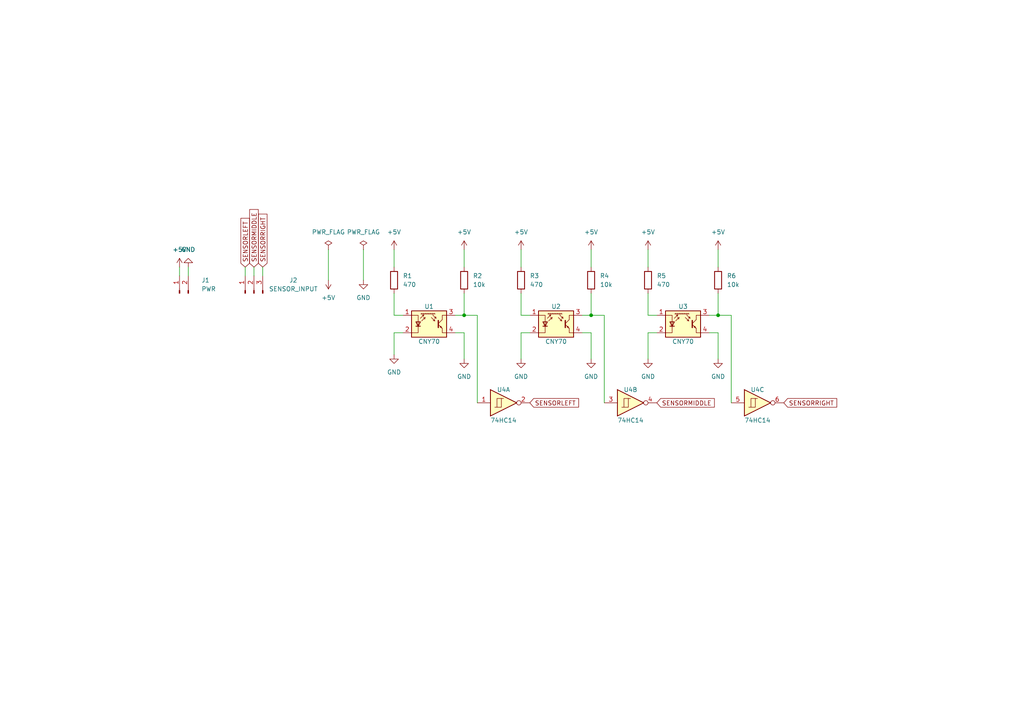
<source format=kicad_sch>
(kicad_sch (version 20230121) (generator eeschema)

  (uuid 52ff79aa-299b-48cf-8563-89ebf4f5d8b2)

  (paper "A4")

  (lib_symbols
    (symbol "74xx:74HC14" (pin_names (offset 1.016)) (in_bom yes) (on_board yes)
      (property "Reference" "U" (at 0 1.27 0)
        (effects (font (size 1.27 1.27)))
      )
      (property "Value" "74HC14" (at 0 -1.27 0)
        (effects (font (size 1.27 1.27)))
      )
      (property "Footprint" "" (at 0 0 0)
        (effects (font (size 1.27 1.27)) hide)
      )
      (property "Datasheet" "http://www.ti.com/lit/gpn/sn74HC14" (at 0 0 0)
        (effects (font (size 1.27 1.27)) hide)
      )
      (property "ki_locked" "" (at 0 0 0)
        (effects (font (size 1.27 1.27)))
      )
      (property "ki_keywords" "HCMOS not inverter" (at 0 0 0)
        (effects (font (size 1.27 1.27)) hide)
      )
      (property "ki_description" "Hex inverter schmitt trigger" (at 0 0 0)
        (effects (font (size 1.27 1.27)) hide)
      )
      (property "ki_fp_filters" "DIP*W7.62mm*" (at 0 0 0)
        (effects (font (size 1.27 1.27)) hide)
      )
      (symbol "74HC14_1_0"
        (polyline
          (pts
            (xy -3.81 3.81)
            (xy -3.81 -3.81)
            (xy 3.81 0)
            (xy -3.81 3.81)
          )
          (stroke (width 0.254) (type default))
          (fill (type background))
        )
        (pin input line (at -7.62 0 0) (length 3.81)
          (name "~" (effects (font (size 1.27 1.27))))
          (number "1" (effects (font (size 1.27 1.27))))
        )
        (pin output inverted (at 7.62 0 180) (length 3.81)
          (name "~" (effects (font (size 1.27 1.27))))
          (number "2" (effects (font (size 1.27 1.27))))
        )
      )
      (symbol "74HC14_1_1"
        (polyline
          (pts
            (xy -1.905 -1.27)
            (xy -1.905 1.27)
            (xy -0.635 1.27)
          )
          (stroke (width 0) (type default))
          (fill (type none))
        )
        (polyline
          (pts
            (xy -2.54 -1.27)
            (xy -0.635 -1.27)
            (xy -0.635 1.27)
            (xy 0 1.27)
          )
          (stroke (width 0) (type default))
          (fill (type none))
        )
      )
      (symbol "74HC14_2_0"
        (polyline
          (pts
            (xy -3.81 3.81)
            (xy -3.81 -3.81)
            (xy 3.81 0)
            (xy -3.81 3.81)
          )
          (stroke (width 0.254) (type default))
          (fill (type background))
        )
        (pin input line (at -7.62 0 0) (length 3.81)
          (name "~" (effects (font (size 1.27 1.27))))
          (number "3" (effects (font (size 1.27 1.27))))
        )
        (pin output inverted (at 7.62 0 180) (length 3.81)
          (name "~" (effects (font (size 1.27 1.27))))
          (number "4" (effects (font (size 1.27 1.27))))
        )
      )
      (symbol "74HC14_2_1"
        (polyline
          (pts
            (xy -1.905 -1.27)
            (xy -1.905 1.27)
            (xy -0.635 1.27)
          )
          (stroke (width 0) (type default))
          (fill (type none))
        )
        (polyline
          (pts
            (xy -2.54 -1.27)
            (xy -0.635 -1.27)
            (xy -0.635 1.27)
            (xy 0 1.27)
          )
          (stroke (width 0) (type default))
          (fill (type none))
        )
      )
      (symbol "74HC14_3_0"
        (polyline
          (pts
            (xy -3.81 3.81)
            (xy -3.81 -3.81)
            (xy 3.81 0)
            (xy -3.81 3.81)
          )
          (stroke (width 0.254) (type default))
          (fill (type background))
        )
        (pin input line (at -7.62 0 0) (length 3.81)
          (name "~" (effects (font (size 1.27 1.27))))
          (number "5" (effects (font (size 1.27 1.27))))
        )
        (pin output inverted (at 7.62 0 180) (length 3.81)
          (name "~" (effects (font (size 1.27 1.27))))
          (number "6" (effects (font (size 1.27 1.27))))
        )
      )
      (symbol "74HC14_3_1"
        (polyline
          (pts
            (xy -1.905 -1.27)
            (xy -1.905 1.27)
            (xy -0.635 1.27)
          )
          (stroke (width 0) (type default))
          (fill (type none))
        )
        (polyline
          (pts
            (xy -2.54 -1.27)
            (xy -0.635 -1.27)
            (xy -0.635 1.27)
            (xy 0 1.27)
          )
          (stroke (width 0) (type default))
          (fill (type none))
        )
      )
      (symbol "74HC14_4_0"
        (polyline
          (pts
            (xy -3.81 3.81)
            (xy -3.81 -3.81)
            (xy 3.81 0)
            (xy -3.81 3.81)
          )
          (stroke (width 0.254) (type default))
          (fill (type background))
        )
        (pin output inverted (at 7.62 0 180) (length 3.81)
          (name "~" (effects (font (size 1.27 1.27))))
          (number "8" (effects (font (size 1.27 1.27))))
        )
        (pin input line (at -7.62 0 0) (length 3.81)
          (name "~" (effects (font (size 1.27 1.27))))
          (number "9" (effects (font (size 1.27 1.27))))
        )
      )
      (symbol "74HC14_4_1"
        (polyline
          (pts
            (xy -1.905 -1.27)
            (xy -1.905 1.27)
            (xy -0.635 1.27)
          )
          (stroke (width 0) (type default))
          (fill (type none))
        )
        (polyline
          (pts
            (xy -2.54 -1.27)
            (xy -0.635 -1.27)
            (xy -0.635 1.27)
            (xy 0 1.27)
          )
          (stroke (width 0) (type default))
          (fill (type none))
        )
      )
      (symbol "74HC14_5_0"
        (polyline
          (pts
            (xy -3.81 3.81)
            (xy -3.81 -3.81)
            (xy 3.81 0)
            (xy -3.81 3.81)
          )
          (stroke (width 0.254) (type default))
          (fill (type background))
        )
        (pin output inverted (at 7.62 0 180) (length 3.81)
          (name "~" (effects (font (size 1.27 1.27))))
          (number "10" (effects (font (size 1.27 1.27))))
        )
        (pin input line (at -7.62 0 0) (length 3.81)
          (name "~" (effects (font (size 1.27 1.27))))
          (number "11" (effects (font (size 1.27 1.27))))
        )
      )
      (symbol "74HC14_5_1"
        (polyline
          (pts
            (xy -1.905 -1.27)
            (xy -1.905 1.27)
            (xy -0.635 1.27)
          )
          (stroke (width 0) (type default))
          (fill (type none))
        )
        (polyline
          (pts
            (xy -2.54 -1.27)
            (xy -0.635 -1.27)
            (xy -0.635 1.27)
            (xy 0 1.27)
          )
          (stroke (width 0) (type default))
          (fill (type none))
        )
      )
      (symbol "74HC14_6_0"
        (polyline
          (pts
            (xy -3.81 3.81)
            (xy -3.81 -3.81)
            (xy 3.81 0)
            (xy -3.81 3.81)
          )
          (stroke (width 0.254) (type default))
          (fill (type background))
        )
        (pin output inverted (at 7.62 0 180) (length 3.81)
          (name "~" (effects (font (size 1.27 1.27))))
          (number "12" (effects (font (size 1.27 1.27))))
        )
        (pin input line (at -7.62 0 0) (length 3.81)
          (name "~" (effects (font (size 1.27 1.27))))
          (number "13" (effects (font (size 1.27 1.27))))
        )
      )
      (symbol "74HC14_6_1"
        (polyline
          (pts
            (xy -1.905 -1.27)
            (xy -1.905 1.27)
            (xy -0.635 1.27)
          )
          (stroke (width 0) (type default))
          (fill (type none))
        )
        (polyline
          (pts
            (xy -2.54 -1.27)
            (xy -0.635 -1.27)
            (xy -0.635 1.27)
            (xy 0 1.27)
          )
          (stroke (width 0) (type default))
          (fill (type none))
        )
      )
      (symbol "74HC14_7_0"
        (pin power_in line (at 0 12.7 270) (length 5.08)
          (name "VCC" (effects (font (size 1.27 1.27))))
          (number "14" (effects (font (size 1.27 1.27))))
        )
        (pin power_in line (at 0 -12.7 90) (length 5.08)
          (name "GND" (effects (font (size 1.27 1.27))))
          (number "7" (effects (font (size 1.27 1.27))))
        )
      )
      (symbol "74HC14_7_1"
        (rectangle (start -5.08 7.62) (end 5.08 -7.62)
          (stroke (width 0.254) (type default))
          (fill (type background))
        )
      )
    )
    (symbol "Connector:Conn_01x02_Pin" (pin_names (offset 1.016) hide) (in_bom yes) (on_board yes)
      (property "Reference" "J" (at 0 2.54 0)
        (effects (font (size 1.27 1.27)))
      )
      (property "Value" "Conn_01x02_Pin" (at 0 -5.08 0)
        (effects (font (size 1.27 1.27)))
      )
      (property "Footprint" "" (at 0 0 0)
        (effects (font (size 1.27 1.27)) hide)
      )
      (property "Datasheet" "~" (at 0 0 0)
        (effects (font (size 1.27 1.27)) hide)
      )
      (property "ki_locked" "" (at 0 0 0)
        (effects (font (size 1.27 1.27)))
      )
      (property "ki_keywords" "connector" (at 0 0 0)
        (effects (font (size 1.27 1.27)) hide)
      )
      (property "ki_description" "Generic connector, single row, 01x02, script generated" (at 0 0 0)
        (effects (font (size 1.27 1.27)) hide)
      )
      (property "ki_fp_filters" "Connector*:*_1x??_*" (at 0 0 0)
        (effects (font (size 1.27 1.27)) hide)
      )
      (symbol "Conn_01x02_Pin_1_1"
        (polyline
          (pts
            (xy 1.27 -2.54)
            (xy 0.8636 -2.54)
          )
          (stroke (width 0.1524) (type default))
          (fill (type none))
        )
        (polyline
          (pts
            (xy 1.27 0)
            (xy 0.8636 0)
          )
          (stroke (width 0.1524) (type default))
          (fill (type none))
        )
        (rectangle (start 0.8636 -2.413) (end 0 -2.667)
          (stroke (width 0.1524) (type default))
          (fill (type outline))
        )
        (rectangle (start 0.8636 0.127) (end 0 -0.127)
          (stroke (width 0.1524) (type default))
          (fill (type outline))
        )
        (pin passive line (at 5.08 0 180) (length 3.81)
          (name "Pin_1" (effects (font (size 1.27 1.27))))
          (number "1" (effects (font (size 1.27 1.27))))
        )
        (pin passive line (at 5.08 -2.54 180) (length 3.81)
          (name "Pin_2" (effects (font (size 1.27 1.27))))
          (number "2" (effects (font (size 1.27 1.27))))
        )
      )
    )
    (symbol "Connector:Conn_01x03_Pin" (pin_names (offset 1.016) hide) (in_bom yes) (on_board yes)
      (property "Reference" "J" (at 0 5.08 0)
        (effects (font (size 1.27 1.27)))
      )
      (property "Value" "Conn_01x03_Pin" (at 0 -5.08 0)
        (effects (font (size 1.27 1.27)))
      )
      (property "Footprint" "" (at 0 0 0)
        (effects (font (size 1.27 1.27)) hide)
      )
      (property "Datasheet" "~" (at 0 0 0)
        (effects (font (size 1.27 1.27)) hide)
      )
      (property "ki_locked" "" (at 0 0 0)
        (effects (font (size 1.27 1.27)))
      )
      (property "ki_keywords" "connector" (at 0 0 0)
        (effects (font (size 1.27 1.27)) hide)
      )
      (property "ki_description" "Generic connector, single row, 01x03, script generated" (at 0 0 0)
        (effects (font (size 1.27 1.27)) hide)
      )
      (property "ki_fp_filters" "Connector*:*_1x??_*" (at 0 0 0)
        (effects (font (size 1.27 1.27)) hide)
      )
      (symbol "Conn_01x03_Pin_1_1"
        (polyline
          (pts
            (xy 1.27 -2.54)
            (xy 0.8636 -2.54)
          )
          (stroke (width 0.1524) (type default))
          (fill (type none))
        )
        (polyline
          (pts
            (xy 1.27 0)
            (xy 0.8636 0)
          )
          (stroke (width 0.1524) (type default))
          (fill (type none))
        )
        (polyline
          (pts
            (xy 1.27 2.54)
            (xy 0.8636 2.54)
          )
          (stroke (width 0.1524) (type default))
          (fill (type none))
        )
        (rectangle (start 0.8636 -2.413) (end 0 -2.667)
          (stroke (width 0.1524) (type default))
          (fill (type outline))
        )
        (rectangle (start 0.8636 0.127) (end 0 -0.127)
          (stroke (width 0.1524) (type default))
          (fill (type outline))
        )
        (rectangle (start 0.8636 2.667) (end 0 2.413)
          (stroke (width 0.1524) (type default))
          (fill (type outline))
        )
        (pin passive line (at 5.08 2.54 180) (length 3.81)
          (name "Pin_1" (effects (font (size 1.27 1.27))))
          (number "1" (effects (font (size 1.27 1.27))))
        )
        (pin passive line (at 5.08 0 180) (length 3.81)
          (name "Pin_2" (effects (font (size 1.27 1.27))))
          (number "2" (effects (font (size 1.27 1.27))))
        )
        (pin passive line (at 5.08 -2.54 180) (length 3.81)
          (name "Pin_3" (effects (font (size 1.27 1.27))))
          (number "3" (effects (font (size 1.27 1.27))))
        )
      )
    )
    (symbol "Device:R" (pin_numbers hide) (pin_names (offset 0)) (in_bom yes) (on_board yes)
      (property "Reference" "R" (at 2.032 0 90)
        (effects (font (size 1.27 1.27)))
      )
      (property "Value" "R" (at 0 0 90)
        (effects (font (size 1.27 1.27)))
      )
      (property "Footprint" "" (at -1.778 0 90)
        (effects (font (size 1.27 1.27)) hide)
      )
      (property "Datasheet" "~" (at 0 0 0)
        (effects (font (size 1.27 1.27)) hide)
      )
      (property "ki_keywords" "R res resistor" (at 0 0 0)
        (effects (font (size 1.27 1.27)) hide)
      )
      (property "ki_description" "Resistor" (at 0 0 0)
        (effects (font (size 1.27 1.27)) hide)
      )
      (property "ki_fp_filters" "R_*" (at 0 0 0)
        (effects (font (size 1.27 1.27)) hide)
      )
      (symbol "R_0_1"
        (rectangle (start -1.016 -2.54) (end 1.016 2.54)
          (stroke (width 0.254) (type default))
          (fill (type none))
        )
      )
      (symbol "R_1_1"
        (pin passive line (at 0 3.81 270) (length 1.27)
          (name "~" (effects (font (size 1.27 1.27))))
          (number "1" (effects (font (size 1.27 1.27))))
        )
        (pin passive line (at 0 -3.81 90) (length 1.27)
          (name "~" (effects (font (size 1.27 1.27))))
          (number "2" (effects (font (size 1.27 1.27))))
        )
      )
    )
    (symbol "Sensor_Proximity:CNY70" (pin_names (offset 1.016) hide) (in_bom yes) (on_board yes)
      (property "Reference" "U" (at -5.08 5.08 0)
        (effects (font (size 1.27 1.27)))
      )
      (property "Value" "CNY70" (at 5.08 5.08 0)
        (effects (font (size 1.27 1.27)) (justify right))
      )
      (property "Footprint" "OptoDevice:Vishay_CNY70" (at 0 -5.08 0)
        (effects (font (size 1.27 1.27)) hide)
      )
      (property "Datasheet" "https://www.vishay.com/docs/83751/cny70.pdf" (at 0 2.54 0)
        (effects (font (size 1.27 1.27)) hide)
      )
      (property "ki_keywords" "Reflective Optical Sensor Opto" (at 0 0 0)
        (effects (font (size 1.27 1.27)) hide)
      )
      (property "ki_description" "Reflective Optical Sensor with Transistor Output" (at 0 0 0)
        (effects (font (size 1.27 1.27)) hide)
      )
      (property "ki_fp_filters" "Vishay*CNY70*" (at 0 0 0)
        (effects (font (size 1.27 1.27)) hide)
      )
      (symbol "CNY70_0_1"
        (polyline
          (pts
            (xy -3.81 -0.635)
            (xy -2.54 -0.635)
          )
          (stroke (width 0.254) (type default))
          (fill (type none))
        )
        (polyline
          (pts
            (xy -2.286 2.921)
            (xy -2.032 3.175)
          )
          (stroke (width 0) (type default))
          (fill (type none))
        )
        (polyline
          (pts
            (xy -1.778 2.921)
            (xy -1.524 3.175)
          )
          (stroke (width 0) (type default))
          (fill (type none))
        )
        (polyline
          (pts
            (xy -1.524 2.667)
            (xy -1.651 2.159)
          )
          (stroke (width 0) (type default))
          (fill (type none))
        )
        (polyline
          (pts
            (xy -1.27 2.921)
            (xy -1.016 3.175)
          )
          (stroke (width 0) (type default))
          (fill (type none))
        )
        (polyline
          (pts
            (xy -1.143 1.905)
            (xy -1.27 1.397)
          )
          (stroke (width 0) (type default))
          (fill (type none))
        )
        (polyline
          (pts
            (xy -0.762 2.921)
            (xy -0.508 3.175)
          )
          (stroke (width 0) (type default))
          (fill (type none))
        )
        (polyline
          (pts
            (xy -0.254 2.921)
            (xy 0 3.175)
          )
          (stroke (width 0) (type default))
          (fill (type none))
        )
        (polyline
          (pts
            (xy 0.254 2.921)
            (xy 0.508 3.175)
          )
          (stroke (width 0) (type default))
          (fill (type none))
        )
        (polyline
          (pts
            (xy 0.762 2.921)
            (xy 1.016 3.175)
          )
          (stroke (width 0) (type default))
          (fill (type none))
        )
        (polyline
          (pts
            (xy 1.27 2.921)
            (xy 1.524 3.175)
          )
          (stroke (width 0) (type default))
          (fill (type none))
        )
        (polyline
          (pts
            (xy 1.651 0.889)
            (xy 1.143 1.016)
          )
          (stroke (width 0) (type default))
          (fill (type none))
        )
        (polyline
          (pts
            (xy 1.778 2.921)
            (xy -2.413 2.921)
          )
          (stroke (width 0) (type default))
          (fill (type none))
        )
        (polyline
          (pts
            (xy 2.032 1.651)
            (xy 1.524 1.778)
          )
          (stroke (width 0) (type default))
          (fill (type none))
        )
        (polyline
          (pts
            (xy 2.667 -0.127)
            (xy 3.81 -1.27)
          )
          (stroke (width 0) (type default))
          (fill (type none))
        )
        (polyline
          (pts
            (xy 2.667 0.127)
            (xy 3.81 1.27)
          )
          (stroke (width 0) (type default))
          (fill (type none))
        )
        (polyline
          (pts
            (xy -2.54 1.651)
            (xy -1.524 2.667)
            (xy -2.032 2.54)
          )
          (stroke (width 0) (type default))
          (fill (type none))
        )
        (polyline
          (pts
            (xy -2.159 0.889)
            (xy -1.143 1.905)
            (xy -1.651 1.778)
          )
          (stroke (width 0) (type default))
          (fill (type none))
        )
        (polyline
          (pts
            (xy 0.635 1.905)
            (xy 1.651 0.889)
            (xy 1.524 1.397)
          )
          (stroke (width 0) (type default))
          (fill (type none))
        )
        (polyline
          (pts
            (xy 1.016 2.667)
            (xy 2.032 1.651)
            (xy 1.905 2.159)
          )
          (stroke (width 0) (type default))
          (fill (type none))
        )
        (polyline
          (pts
            (xy 2.667 1.016)
            (xy 2.667 -1.016)
            (xy 2.667 -1.016)
          )
          (stroke (width 0.3556) (type default))
          (fill (type none))
        )
        (polyline
          (pts
            (xy 3.81 -1.27)
            (xy 3.81 -2.54)
            (xy 5.08 -2.54)
          )
          (stroke (width 0) (type default))
          (fill (type none))
        )
        (polyline
          (pts
            (xy 3.81 1.27)
            (xy 3.81 2.54)
            (xy 5.08 2.54)
          )
          (stroke (width 0) (type default))
          (fill (type none))
        )
        (polyline
          (pts
            (xy -5.08 -2.54)
            (xy -3.175 -2.54)
            (xy -3.175 2.54)
            (xy -5.08 2.54)
          )
          (stroke (width 0) (type default))
          (fill (type none))
        )
        (polyline
          (pts
            (xy -3.175 -0.635)
            (xy -3.81 0.635)
            (xy -2.54 0.635)
            (xy -3.175 -0.635)
          )
          (stroke (width 0.254) (type default))
          (fill (type none))
        )
        (polyline
          (pts
            (xy 3.683 -1.143)
            (xy 3.429 -0.635)
            (xy 3.175 -0.889)
            (xy 3.683 -1.143)
          )
          (stroke (width 0) (type default))
          (fill (type none))
        )
        (polyline
          (pts
            (xy -5.08 -3.81)
            (xy 5.08 -3.81)
            (xy 5.08 3.81)
            (xy -5.08 3.81)
            (xy -5.08 -3.81)
          )
          (stroke (width 0.254) (type default))
          (fill (type background))
        )
      )
      (symbol "CNY70_1_1"
        (pin passive line (at -7.62 2.54 0) (length 2.54)
          (name "A" (effects (font (size 1.27 1.27))))
          (number "1" (effects (font (size 1.27 1.27))))
        )
        (pin passive line (at -7.62 -2.54 0) (length 2.54)
          (name "K" (effects (font (size 1.27 1.27))))
          (number "2" (effects (font (size 1.27 1.27))))
        )
        (pin open_collector line (at 7.62 2.54 180) (length 2.54)
          (name "C" (effects (font (size 1.27 1.27))))
          (number "3" (effects (font (size 1.27 1.27))))
        )
        (pin open_emitter line (at 7.62 -2.54 180) (length 2.54)
          (name "E" (effects (font (size 1.27 1.27))))
          (number "4" (effects (font (size 1.27 1.27))))
        )
      )
    )
    (symbol "power:+5V" (power) (pin_names (offset 0)) (in_bom yes) (on_board yes)
      (property "Reference" "#PWR" (at 0 -3.81 0)
        (effects (font (size 1.27 1.27)) hide)
      )
      (property "Value" "+5V" (at 0 3.556 0)
        (effects (font (size 1.27 1.27)))
      )
      (property "Footprint" "" (at 0 0 0)
        (effects (font (size 1.27 1.27)) hide)
      )
      (property "Datasheet" "" (at 0 0 0)
        (effects (font (size 1.27 1.27)) hide)
      )
      (property "ki_keywords" "global power" (at 0 0 0)
        (effects (font (size 1.27 1.27)) hide)
      )
      (property "ki_description" "Power symbol creates a global label with name \"+5V\"" (at 0 0 0)
        (effects (font (size 1.27 1.27)) hide)
      )
      (symbol "+5V_0_1"
        (polyline
          (pts
            (xy -0.762 1.27)
            (xy 0 2.54)
          )
          (stroke (width 0) (type default))
          (fill (type none))
        )
        (polyline
          (pts
            (xy 0 0)
            (xy 0 2.54)
          )
          (stroke (width 0) (type default))
          (fill (type none))
        )
        (polyline
          (pts
            (xy 0 2.54)
            (xy 0.762 1.27)
          )
          (stroke (width 0) (type default))
          (fill (type none))
        )
      )
      (symbol "+5V_1_1"
        (pin power_in line (at 0 0 90) (length 0) hide
          (name "+5V" (effects (font (size 1.27 1.27))))
          (number "1" (effects (font (size 1.27 1.27))))
        )
      )
    )
    (symbol "power:GND" (power) (pin_names (offset 0)) (in_bom yes) (on_board yes)
      (property "Reference" "#PWR" (at 0 -6.35 0)
        (effects (font (size 1.27 1.27)) hide)
      )
      (property "Value" "GND" (at 0 -3.81 0)
        (effects (font (size 1.27 1.27)))
      )
      (property "Footprint" "" (at 0 0 0)
        (effects (font (size 1.27 1.27)) hide)
      )
      (property "Datasheet" "" (at 0 0 0)
        (effects (font (size 1.27 1.27)) hide)
      )
      (property "ki_keywords" "global power" (at 0 0 0)
        (effects (font (size 1.27 1.27)) hide)
      )
      (property "ki_description" "Power symbol creates a global label with name \"GND\" , ground" (at 0 0 0)
        (effects (font (size 1.27 1.27)) hide)
      )
      (symbol "GND_0_1"
        (polyline
          (pts
            (xy 0 0)
            (xy 0 -1.27)
            (xy 1.27 -1.27)
            (xy 0 -2.54)
            (xy -1.27 -1.27)
            (xy 0 -1.27)
          )
          (stroke (width 0) (type default))
          (fill (type none))
        )
      )
      (symbol "GND_1_1"
        (pin power_in line (at 0 0 270) (length 0) hide
          (name "GND" (effects (font (size 1.27 1.27))))
          (number "1" (effects (font (size 1.27 1.27))))
        )
      )
    )
    (symbol "power:PWR_FLAG" (power) (pin_numbers hide) (pin_names (offset 0) hide) (in_bom yes) (on_board yes)
      (property "Reference" "#FLG" (at 0 1.905 0)
        (effects (font (size 1.27 1.27)) hide)
      )
      (property "Value" "PWR_FLAG" (at 0 3.81 0)
        (effects (font (size 1.27 1.27)))
      )
      (property "Footprint" "" (at 0 0 0)
        (effects (font (size 1.27 1.27)) hide)
      )
      (property "Datasheet" "~" (at 0 0 0)
        (effects (font (size 1.27 1.27)) hide)
      )
      (property "ki_keywords" "flag power" (at 0 0 0)
        (effects (font (size 1.27 1.27)) hide)
      )
      (property "ki_description" "Special symbol for telling ERC where power comes from" (at 0 0 0)
        (effects (font (size 1.27 1.27)) hide)
      )
      (symbol "PWR_FLAG_0_0"
        (pin power_out line (at 0 0 90) (length 0)
          (name "pwr" (effects (font (size 1.27 1.27))))
          (number "1" (effects (font (size 1.27 1.27))))
        )
      )
      (symbol "PWR_FLAG_0_1"
        (polyline
          (pts
            (xy 0 0)
            (xy 0 1.27)
            (xy -1.016 1.905)
            (xy 0 2.54)
            (xy 1.016 1.905)
            (xy 0 1.27)
          )
          (stroke (width 0) (type default))
          (fill (type none))
        )
      )
    )
  )

  (junction (at 208.28 91.44) (diameter 0) (color 0 0 0 0)
    (uuid 16cde34e-f633-40df-9bcd-b480a3b818bb)
  )
  (junction (at 171.45 91.44) (diameter 0) (color 0 0 0 0)
    (uuid 2207eb71-d95d-4ece-b660-7e6e7f505af3)
  )
  (junction (at 134.62 91.44) (diameter 0) (color 0 0 0 0)
    (uuid c917cb36-f731-4ec7-aa4e-2c66c1422db8)
  )

  (wire (pts (xy 138.43 116.84) (xy 138.43 91.44))
    (stroke (width 0) (type default))
    (uuid 0159593b-2836-4910-8e55-e14e9799b9fa)
  )
  (wire (pts (xy 208.28 91.44) (xy 205.74 91.44))
    (stroke (width 0) (type default))
    (uuid 0429ffc4-d3c8-4e8c-b6c3-8e700356f886)
  )
  (wire (pts (xy 132.08 96.52) (xy 134.62 96.52))
    (stroke (width 0) (type default))
    (uuid 0c3f33a8-be8c-4b08-9bba-dd1e376c39cf)
  )
  (wire (pts (xy 134.62 72.39) (xy 134.62 77.47))
    (stroke (width 0) (type default))
    (uuid 12d15759-33c3-438b-b57d-6550776830da)
  )
  (wire (pts (xy 114.3 72.39) (xy 114.3 77.47))
    (stroke (width 0) (type default))
    (uuid 16ee8f88-f1e1-4078-812a-7baecf42ca7b)
  )
  (wire (pts (xy 71.12 77.47) (xy 71.12 80.01))
    (stroke (width 0) (type default))
    (uuid 1ff70de3-ec0c-4fe7-98a3-a66e94da0307)
  )
  (wire (pts (xy 151.13 96.52) (xy 151.13 104.14))
    (stroke (width 0) (type default))
    (uuid 20bdb97c-73d9-43ee-8258-9fe6ecfe6dbf)
  )
  (wire (pts (xy 171.45 91.44) (xy 168.91 91.44))
    (stroke (width 0) (type default))
    (uuid 249195bc-7d65-42cf-b171-fa68266367bb)
  )
  (wire (pts (xy 134.62 91.44) (xy 132.08 91.44))
    (stroke (width 0) (type default))
    (uuid 343a8b8d-dc18-402a-85b8-82c31ebe2493)
  )
  (wire (pts (xy 187.96 91.44) (xy 190.5 91.44))
    (stroke (width 0) (type default))
    (uuid 3720f7a6-3c71-4fcc-b322-bf93c0c86c59)
  )
  (wire (pts (xy 187.96 96.52) (xy 187.96 104.14))
    (stroke (width 0) (type default))
    (uuid 4488d24c-6908-4a78-9f26-d9384ed41aac)
  )
  (wire (pts (xy 151.13 91.44) (xy 153.67 91.44))
    (stroke (width 0) (type default))
    (uuid 52b9d8fe-c5dd-4064-b381-2500f6281ee2)
  )
  (wire (pts (xy 208.28 91.44) (xy 212.09 91.44))
    (stroke (width 0) (type default))
    (uuid 53178a34-70e1-4d7b-82c2-282be3496a61)
  )
  (wire (pts (xy 175.26 116.84) (xy 175.26 91.44))
    (stroke (width 0) (type default))
    (uuid 5852dded-102a-41d5-aeea-95eafc1accd2)
  )
  (wire (pts (xy 187.96 72.39) (xy 187.96 77.47))
    (stroke (width 0) (type default))
    (uuid 5857dc19-e706-4b82-a3bd-187d86c5c6ce)
  )
  (wire (pts (xy 151.13 85.09) (xy 151.13 91.44))
    (stroke (width 0) (type default))
    (uuid 5f3ccc89-9672-4e10-996d-a74c801d484e)
  )
  (wire (pts (xy 114.3 91.44) (xy 116.84 91.44))
    (stroke (width 0) (type default))
    (uuid 5f54011e-9c2a-4805-8759-a4ad799be879)
  )
  (wire (pts (xy 171.45 85.09) (xy 171.45 91.44))
    (stroke (width 0) (type default))
    (uuid 6c6a5990-b296-422c-ad5d-6cc757f22c73)
  )
  (wire (pts (xy 114.3 85.09) (xy 114.3 91.44))
    (stroke (width 0) (type default))
    (uuid 78692aba-dda0-4a88-ba54-4ed32cd71c89)
  )
  (wire (pts (xy 175.26 91.44) (xy 171.45 91.44))
    (stroke (width 0) (type default))
    (uuid 7c58c87c-efaf-4dc8-a6ee-d8c7c0ea2573)
  )
  (wire (pts (xy 54.61 77.47) (xy 54.61 80.01))
    (stroke (width 0) (type default))
    (uuid 840b45a3-d118-4ea4-b178-0d4e5de23928)
  )
  (wire (pts (xy 134.62 85.09) (xy 134.62 91.44))
    (stroke (width 0) (type default))
    (uuid 86b8a5f0-f9f6-4b6d-94d6-81ae68f05cb2)
  )
  (wire (pts (xy 151.13 72.39) (xy 151.13 77.47))
    (stroke (width 0) (type default))
    (uuid 870cd0a6-37b6-434e-a0fd-a9f2db91b2cb)
  )
  (wire (pts (xy 205.74 96.52) (xy 208.28 96.52))
    (stroke (width 0) (type default))
    (uuid 8a40db78-6dd5-4fca-9d06-9d2dfb30c796)
  )
  (wire (pts (xy 187.96 85.09) (xy 187.96 91.44))
    (stroke (width 0) (type default))
    (uuid 8f3b6e1a-08fe-4ba6-9cb8-dfe24835bfe3)
  )
  (wire (pts (xy 190.5 96.52) (xy 187.96 96.52))
    (stroke (width 0) (type default))
    (uuid 94202aa6-a8dd-4df7-9216-6d7e0d1c9263)
  )
  (wire (pts (xy 52.07 77.47) (xy 52.07 80.01))
    (stroke (width 0) (type default))
    (uuid 98b4bd0d-e992-4126-8883-f20eb5317969)
  )
  (wire (pts (xy 116.84 96.52) (xy 114.3 96.52))
    (stroke (width 0) (type default))
    (uuid 9bf1df0a-338f-4bd9-988b-edfec8086e05)
  )
  (wire (pts (xy 76.2 77.47) (xy 76.2 80.01))
    (stroke (width 0) (type default))
    (uuid 9c51fc14-3e9d-48b3-8cf5-b03092941e42)
  )
  (wire (pts (xy 105.41 72.39) (xy 105.41 81.28))
    (stroke (width 0) (type default))
    (uuid 9f6a5ada-5085-4fc4-b3ae-3dab5dec38dd)
  )
  (wire (pts (xy 138.43 91.44) (xy 134.62 91.44))
    (stroke (width 0) (type default))
    (uuid a73dcef0-5781-4fa0-ad48-0aed7f8b053e)
  )
  (wire (pts (xy 212.09 116.84) (xy 212.09 91.44))
    (stroke (width 0) (type default))
    (uuid a75a9144-6cca-489c-ace4-df48ffb62470)
  )
  (wire (pts (xy 171.45 96.52) (xy 171.45 104.14))
    (stroke (width 0) (type default))
    (uuid adbff3ab-4eb1-41c3-be34-3188985e057c)
  )
  (wire (pts (xy 73.66 77.47) (xy 73.66 80.01))
    (stroke (width 0) (type default))
    (uuid b403328e-86d1-466d-85fa-3d4c736a7e68)
  )
  (wire (pts (xy 208.28 72.39) (xy 208.28 77.47))
    (stroke (width 0) (type default))
    (uuid c1188234-38a6-47f9-b84b-f841c915693c)
  )
  (wire (pts (xy 114.3 96.52) (xy 114.3 102.87))
    (stroke (width 0) (type default))
    (uuid c1dd86dd-bce9-41c5-b585-ebf129d681b1)
  )
  (wire (pts (xy 208.28 85.09) (xy 208.28 91.44))
    (stroke (width 0) (type default))
    (uuid cd3fa9d7-aae1-4be9-9d4d-e4c703be00fc)
  )
  (wire (pts (xy 95.25 72.39) (xy 95.25 81.28))
    (stroke (width 0) (type default))
    (uuid ced2582f-e0d4-4a62-8d2e-b7e986e55788)
  )
  (wire (pts (xy 134.62 96.52) (xy 134.62 104.14))
    (stroke (width 0) (type default))
    (uuid e59643e6-7771-4652-afbc-32c36769681c)
  )
  (wire (pts (xy 171.45 72.39) (xy 171.45 77.47))
    (stroke (width 0) (type default))
    (uuid e9971b13-0656-4301-add5-5d45c16be447)
  )
  (wire (pts (xy 168.91 96.52) (xy 171.45 96.52))
    (stroke (width 0) (type default))
    (uuid eba16a76-c763-4fdf-ba1b-068644ce9daa)
  )
  (wire (pts (xy 208.28 96.52) (xy 208.28 104.14))
    (stroke (width 0) (type default))
    (uuid ee485043-18bd-4cbd-826b-ff7b4c85741b)
  )
  (wire (pts (xy 153.67 96.52) (xy 151.13 96.52))
    (stroke (width 0) (type default))
    (uuid f09385c2-b096-43d5-8442-0b98bce682bc)
  )

  (global_label "SENSORLEFT" (shape input) (at 153.67 116.84 0) (fields_autoplaced)
    (effects (font (size 1.27 1.27)) (justify left))
    (uuid 084e736c-0a7c-48dd-9851-b21772a81df8)
    (property "Intersheetrefs" "${INTERSHEET_REFS}" (at 168.3875 116.84 0)
      (effects (font (size 1.27 1.27)) (justify left) hide)
    )
  )
  (global_label "SENSORMIDDLE" (shape input) (at 73.66 77.47 90) (fields_autoplaced)
    (effects (font (size 1.27 1.27)) (justify left))
    (uuid 6479be68-6298-4e69-b4b2-85ec4d3f4a65)
    (property "Intersheetrefs" "${INTERSHEET_REFS}" (at 73.66 60.2125 90)
      (effects (font (size 1.27 1.27)) (justify left) hide)
    )
  )
  (global_label "SENSORRIGHT" (shape input) (at 76.2 77.47 90) (fields_autoplaced)
    (effects (font (size 1.27 1.27)) (justify left))
    (uuid 77c0f6b2-6f4b-4d16-abf3-f7230c4db546)
    (property "Intersheetrefs" "${INTERSHEET_REFS}" (at 76.2 61.5429 90)
      (effects (font (size 1.27 1.27)) (justify left) hide)
    )
  )
  (global_label "SENSORLEFT" (shape input) (at 71.12 77.47 90) (fields_autoplaced)
    (effects (font (size 1.27 1.27)) (justify left))
    (uuid 96cab149-9fcf-4757-b3cc-0fcf8caa76c8)
    (property "Intersheetrefs" "${INTERSHEET_REFS}" (at 71.12 62.7525 90)
      (effects (font (size 1.27 1.27)) (justify left) hide)
    )
  )
  (global_label "SENSORMIDDLE" (shape input) (at 190.5 116.84 0) (fields_autoplaced)
    (effects (font (size 1.27 1.27)) (justify left))
    (uuid d70236b1-8d17-4238-aee6-ab2f49e79673)
    (property "Intersheetrefs" "${INTERSHEET_REFS}" (at 207.7575 116.84 0)
      (effects (font (size 1.27 1.27)) (justify left) hide)
    )
  )
  (global_label "SENSORRIGHT" (shape input) (at 227.33 116.84 0) (fields_autoplaced)
    (effects (font (size 1.27 1.27)) (justify left))
    (uuid f33c4203-75a5-4963-a51c-9b72e3b1e173)
    (property "Intersheetrefs" "${INTERSHEET_REFS}" (at 243.2571 116.84 0)
      (effects (font (size 1.27 1.27)) (justify left) hide)
    )
  )

  (symbol (lib_id "power:+5V") (at 114.3 72.39 0) (unit 1)
    (in_bom yes) (on_board yes) (dnp no) (fields_autoplaced)
    (uuid 0b954a9f-0ddb-4e0c-9155-d04e76160668)
    (property "Reference" "#PWR07" (at 114.3 76.2 0)
      (effects (font (size 1.27 1.27)) hide)
    )
    (property "Value" "+5V" (at 114.3 67.31 0)
      (effects (font (size 1.27 1.27)))
    )
    (property "Footprint" "" (at 114.3 72.39 0)
      (effects (font (size 1.27 1.27)) hide)
    )
    (property "Datasheet" "" (at 114.3 72.39 0)
      (effects (font (size 1.27 1.27)) hide)
    )
    (pin "1" (uuid af411e52-d777-4ff3-b097-fc7ac15f1fe8))
    (instances
      (project "line_sensor"
        (path "/52ff79aa-299b-48cf-8563-89ebf4f5d8b2"
          (reference "#PWR07") (unit 1)
        )
      )
    )
  )

  (symbol (lib_id "Sensor_Proximity:CNY70") (at 198.12 93.98 0) (unit 1)
    (in_bom yes) (on_board yes) (dnp no)
    (uuid 14eac6bb-0bd9-432f-8a74-8549f7174f02)
    (property "Reference" "U3" (at 198.12 88.9 0)
      (effects (font (size 1.27 1.27)))
    )
    (property "Value" "CNY70" (at 198.12 99.06 0)
      (effects (font (size 1.27 1.27)))
    )
    (property "Footprint" "OptoDevice:Vishay_CNY70" (at 198.12 99.06 0)
      (effects (font (size 1.27 1.27)) hide)
    )
    (property "Datasheet" "https://www.vishay.com/docs/83751/cny70.pdf" (at 198.12 91.44 0)
      (effects (font (size 1.27 1.27)) hide)
    )
    (pin "4" (uuid 0cba9911-60c1-476f-a1f8-f48ac854d1a6))
    (pin "2" (uuid 1e98dbc7-7b0e-464a-8d68-90d715208669))
    (pin "1" (uuid 5e2e650e-5ce9-4ae2-b07e-803b5348b14e))
    (pin "3" (uuid f3e2ff5b-b784-4def-85d1-b686bad0d2ea))
    (instances
      (project "line_sensor"
        (path "/52ff79aa-299b-48cf-8563-89ebf4f5d8b2"
          (reference "U3") (unit 1)
        )
      )
    )
  )

  (symbol (lib_id "Device:R") (at 114.3 81.28 0) (unit 1)
    (in_bom yes) (on_board yes) (dnp no) (fields_autoplaced)
    (uuid 1e77f447-f1da-411a-84cd-ac325e284502)
    (property "Reference" "R1" (at 116.84 80.01 0)
      (effects (font (size 1.27 1.27)) (justify left))
    )
    (property "Value" "470" (at 116.84 82.55 0)
      (effects (font (size 1.27 1.27)) (justify left))
    )
    (property "Footprint" "Resistor_THT:R_Axial_DIN0204_L3.6mm_D1.6mm_P5.08mm_Horizontal" (at 112.522 81.28 90)
      (effects (font (size 1.27 1.27)) hide)
    )
    (property "Datasheet" "~" (at 114.3 81.28 0)
      (effects (font (size 1.27 1.27)) hide)
    )
    (pin "1" (uuid ea25eed6-3cb9-49cd-9f13-aa82e9499a0b))
    (pin "2" (uuid acb0ea26-561d-46f3-8b3b-d3afc460e1f8))
    (instances
      (project "line_sensor"
        (path "/52ff79aa-299b-48cf-8563-89ebf4f5d8b2"
          (reference "R1") (unit 1)
        )
      )
    )
  )

  (symbol (lib_id "74xx:74HC14") (at 182.88 116.84 0) (unit 2)
    (in_bom yes) (on_board yes) (dnp no)
    (uuid 1f40c523-d756-4ca4-946a-0803e7429bdc)
    (property "Reference" "U4" (at 182.88 113.03 0)
      (effects (font (size 1.27 1.27)))
    )
    (property "Value" "74HC14" (at 182.88 121.92 0)
      (effects (font (size 1.27 1.27)))
    )
    (property "Footprint" "Package_DIP:DIP-14_W7.62mm" (at 182.88 116.84 0)
      (effects (font (size 1.27 1.27)) hide)
    )
    (property "Datasheet" "http://www.ti.com/lit/gpn/sn74HC14" (at 182.88 116.84 0)
      (effects (font (size 1.27 1.27)) hide)
    )
    (pin "14" (uuid 6c0054b7-f9a5-4ffd-bb83-4d4799cd5ad0))
    (pin "3" (uuid 05848120-8336-4704-9e5a-ab9ca940cdb0))
    (pin "13" (uuid 5ec5a15a-a762-4826-89c1-55d749e2c239))
    (pin "4" (uuid fb3217c4-0170-4f6e-af43-d854232f3477))
    (pin "1" (uuid aaf20bf7-8da7-42b0-bb02-adfe8d24df52))
    (pin "11" (uuid 09f51c9a-0087-4518-b187-afbbd8f23a21))
    (pin "10" (uuid 0f725b61-0275-4582-a48a-cbf0fc6c36cd))
    (pin "5" (uuid b8b69531-8267-45f9-aa37-54c411b63580))
    (pin "12" (uuid aefc9937-5439-4374-a62a-847e9d88e2ce))
    (pin "6" (uuid 6ca8661d-0450-4d06-bf9d-338cfac55761))
    (pin "7" (uuid 928f3e7e-d359-4084-8477-28835d1cbafe))
    (pin "2" (uuid dfda3054-2cde-49ed-b661-b389c623fcc1))
    (pin "8" (uuid 261bb4cb-1029-4d8b-b6ac-7f018b961534))
    (pin "9" (uuid 5d0dbab2-ecaa-4e7d-8971-ba0ec03a22cf))
    (instances
      (project "line_sensor"
        (path "/52ff79aa-299b-48cf-8563-89ebf4f5d8b2"
          (reference "U4") (unit 2)
        )
      )
    )
  )

  (symbol (lib_id "power:GND") (at 134.62 104.14 0) (unit 1)
    (in_bom yes) (on_board yes) (dnp no) (fields_autoplaced)
    (uuid 21c7c386-9927-43f5-830b-44f233ca88d6)
    (property "Reference" "#PWR02" (at 134.62 110.49 0)
      (effects (font (size 1.27 1.27)) hide)
    )
    (property "Value" "GND" (at 134.62 109.22 0)
      (effects (font (size 1.27 1.27)))
    )
    (property "Footprint" "" (at 134.62 104.14 0)
      (effects (font (size 1.27 1.27)) hide)
    )
    (property "Datasheet" "" (at 134.62 104.14 0)
      (effects (font (size 1.27 1.27)) hide)
    )
    (pin "1" (uuid e4858835-5aa5-4919-a56a-2bd586872a0b))
    (instances
      (project "line_sensor"
        (path "/52ff79aa-299b-48cf-8563-89ebf4f5d8b2"
          (reference "#PWR02") (unit 1)
        )
      )
    )
  )

  (symbol (lib_id "power:GND") (at 151.13 104.14 0) (unit 1)
    (in_bom yes) (on_board yes) (dnp no) (fields_autoplaced)
    (uuid 224f0a65-8fe5-48e8-93bd-ca55705d353d)
    (property "Reference" "#PWR03" (at 151.13 110.49 0)
      (effects (font (size 1.27 1.27)) hide)
    )
    (property "Value" "GND" (at 151.13 109.22 0)
      (effects (font (size 1.27 1.27)))
    )
    (property "Footprint" "" (at 151.13 104.14 0)
      (effects (font (size 1.27 1.27)) hide)
    )
    (property "Datasheet" "" (at 151.13 104.14 0)
      (effects (font (size 1.27 1.27)) hide)
    )
    (pin "1" (uuid 01ecdc4a-913a-4e55-89fd-2a104e3661b4))
    (instances
      (project "line_sensor"
        (path "/52ff79aa-299b-48cf-8563-89ebf4f5d8b2"
          (reference "#PWR03") (unit 1)
        )
      )
    )
  )

  (symbol (lib_id "Device:R") (at 187.96 81.28 0) (unit 1)
    (in_bom yes) (on_board yes) (dnp no) (fields_autoplaced)
    (uuid 265ebc24-089e-4372-8883-49d31bb6d374)
    (property "Reference" "R5" (at 190.5 80.01 0)
      (effects (font (size 1.27 1.27)) (justify left))
    )
    (property "Value" "470" (at 190.5 82.55 0)
      (effects (font (size 1.27 1.27)) (justify left))
    )
    (property "Footprint" "Resistor_THT:R_Axial_DIN0204_L3.6mm_D1.6mm_P5.08mm_Horizontal" (at 186.182 81.28 90)
      (effects (font (size 1.27 1.27)) hide)
    )
    (property "Datasheet" "~" (at 187.96 81.28 0)
      (effects (font (size 1.27 1.27)) hide)
    )
    (pin "1" (uuid da56fb8a-1a28-4923-ad05-d178a65ceb1e))
    (pin "2" (uuid 409a5c0e-8c80-4fd3-972e-8a22c3da3ff2))
    (instances
      (project "line_sensor"
        (path "/52ff79aa-299b-48cf-8563-89ebf4f5d8b2"
          (reference "R5") (unit 1)
        )
      )
    )
  )

  (symbol (lib_id "power:GND") (at 114.3 102.87 0) (unit 1)
    (in_bom yes) (on_board yes) (dnp no) (fields_autoplaced)
    (uuid 2fd78e94-f388-4f53-80b1-668d6899a7be)
    (property "Reference" "#PWR01" (at 114.3 109.22 0)
      (effects (font (size 1.27 1.27)) hide)
    )
    (property "Value" "GND" (at 114.3 107.95 0)
      (effects (font (size 1.27 1.27)))
    )
    (property "Footprint" "" (at 114.3 102.87 0)
      (effects (font (size 1.27 1.27)) hide)
    )
    (property "Datasheet" "" (at 114.3 102.87 0)
      (effects (font (size 1.27 1.27)) hide)
    )
    (pin "1" (uuid 4949e0d7-beae-4bd1-8bb4-a206313d3a35))
    (instances
      (project "line_sensor"
        (path "/52ff79aa-299b-48cf-8563-89ebf4f5d8b2"
          (reference "#PWR01") (unit 1)
        )
      )
    )
  )

  (symbol (lib_id "power:+5V") (at 151.13 72.39 0) (unit 1)
    (in_bom yes) (on_board yes) (dnp no) (fields_autoplaced)
    (uuid 3143fed9-8cd0-422c-8b8b-a89bed4c4236)
    (property "Reference" "#PWR09" (at 151.13 76.2 0)
      (effects (font (size 1.27 1.27)) hide)
    )
    (property "Value" "+5V" (at 151.13 67.31 0)
      (effects (font (size 1.27 1.27)))
    )
    (property "Footprint" "" (at 151.13 72.39 0)
      (effects (font (size 1.27 1.27)) hide)
    )
    (property "Datasheet" "" (at 151.13 72.39 0)
      (effects (font (size 1.27 1.27)) hide)
    )
    (pin "1" (uuid d33eb90d-23c8-47d6-bc5f-40ea489b9508))
    (instances
      (project "line_sensor"
        (path "/52ff79aa-299b-48cf-8563-89ebf4f5d8b2"
          (reference "#PWR09") (unit 1)
        )
      )
    )
  )

  (symbol (lib_id "power:+5V") (at 171.45 72.39 0) (unit 1)
    (in_bom yes) (on_board yes) (dnp no) (fields_autoplaced)
    (uuid 36989905-2fef-408e-b0d1-54a66a3e6e5e)
    (property "Reference" "#PWR010" (at 171.45 76.2 0)
      (effects (font (size 1.27 1.27)) hide)
    )
    (property "Value" "+5V" (at 171.45 67.31 0)
      (effects (font (size 1.27 1.27)))
    )
    (property "Footprint" "" (at 171.45 72.39 0)
      (effects (font (size 1.27 1.27)) hide)
    )
    (property "Datasheet" "" (at 171.45 72.39 0)
      (effects (font (size 1.27 1.27)) hide)
    )
    (pin "1" (uuid fb395306-d0e8-4422-96a7-a075c845f1aa))
    (instances
      (project "line_sensor"
        (path "/52ff79aa-299b-48cf-8563-89ebf4f5d8b2"
          (reference "#PWR010") (unit 1)
        )
      )
    )
  )

  (symbol (lib_id "Device:R") (at 171.45 81.28 0) (unit 1)
    (in_bom yes) (on_board yes) (dnp no) (fields_autoplaced)
    (uuid 5631eaae-adac-4489-a5d8-e811b6f68811)
    (property "Reference" "R4" (at 173.99 80.01 0)
      (effects (font (size 1.27 1.27)) (justify left))
    )
    (property "Value" "10k" (at 173.99 82.55 0)
      (effects (font (size 1.27 1.27)) (justify left))
    )
    (property "Footprint" "Resistor_THT:R_Axial_DIN0204_L3.6mm_D1.6mm_P5.08mm_Horizontal" (at 169.672 81.28 90)
      (effects (font (size 1.27 1.27)) hide)
    )
    (property "Datasheet" "~" (at 171.45 81.28 0)
      (effects (font (size 1.27 1.27)) hide)
    )
    (pin "1" (uuid 7ef8977e-f4da-433d-80a4-2dacd5b60f6c))
    (pin "2" (uuid 9c3d1258-8746-4de7-9f59-7f01e491e233))
    (instances
      (project "line_sensor"
        (path "/52ff79aa-299b-48cf-8563-89ebf4f5d8b2"
          (reference "R4") (unit 1)
        )
      )
    )
  )

  (symbol (lib_id "power:+5V") (at 208.28 72.39 0) (unit 1)
    (in_bom yes) (on_board yes) (dnp no) (fields_autoplaced)
    (uuid 56d99674-de0e-4ab0-98ac-890a25a7690f)
    (property "Reference" "#PWR012" (at 208.28 76.2 0)
      (effects (font (size 1.27 1.27)) hide)
    )
    (property "Value" "+5V" (at 208.28 67.31 0)
      (effects (font (size 1.27 1.27)))
    )
    (property "Footprint" "" (at 208.28 72.39 0)
      (effects (font (size 1.27 1.27)) hide)
    )
    (property "Datasheet" "" (at 208.28 72.39 0)
      (effects (font (size 1.27 1.27)) hide)
    )
    (pin "1" (uuid b8af6105-049a-451f-a744-df1633f685f4))
    (instances
      (project "line_sensor"
        (path "/52ff79aa-299b-48cf-8563-89ebf4f5d8b2"
          (reference "#PWR012") (unit 1)
        )
      )
    )
  )

  (symbol (lib_id "power:GND") (at 171.45 104.14 0) (unit 1)
    (in_bom yes) (on_board yes) (dnp no) (fields_autoplaced)
    (uuid 570b1fcd-4b58-4932-b352-ac0601894514)
    (property "Reference" "#PWR04" (at 171.45 110.49 0)
      (effects (font (size 1.27 1.27)) hide)
    )
    (property "Value" "GND" (at 171.45 109.22 0)
      (effects (font (size 1.27 1.27)))
    )
    (property "Footprint" "" (at 171.45 104.14 0)
      (effects (font (size 1.27 1.27)) hide)
    )
    (property "Datasheet" "" (at 171.45 104.14 0)
      (effects (font (size 1.27 1.27)) hide)
    )
    (pin "1" (uuid 9182670f-7c10-429a-9db2-1b8dd2b589cd))
    (instances
      (project "line_sensor"
        (path "/52ff79aa-299b-48cf-8563-89ebf4f5d8b2"
          (reference "#PWR04") (unit 1)
        )
      )
    )
  )

  (symbol (lib_id "power:GND") (at 105.41 81.28 0) (unit 1)
    (in_bom yes) (on_board yes) (dnp no) (fields_autoplaced)
    (uuid 5effff46-adac-49ca-a3ce-8949b1a7e11a)
    (property "Reference" "#PWR014" (at 105.41 87.63 0)
      (effects (font (size 1.27 1.27)) hide)
    )
    (property "Value" "GND" (at 105.41 86.36 0)
      (effects (font (size 1.27 1.27)))
    )
    (property "Footprint" "" (at 105.41 81.28 0)
      (effects (font (size 1.27 1.27)) hide)
    )
    (property "Datasheet" "" (at 105.41 81.28 0)
      (effects (font (size 1.27 1.27)) hide)
    )
    (pin "1" (uuid f0fddf44-4ad2-4ac6-9f51-83e18ba1e575))
    (instances
      (project "line_sensor"
        (path "/52ff79aa-299b-48cf-8563-89ebf4f5d8b2"
          (reference "#PWR014") (unit 1)
        )
      )
    )
  )

  (symbol (lib_id "Device:R") (at 208.28 81.28 0) (unit 1)
    (in_bom yes) (on_board yes) (dnp no) (fields_autoplaced)
    (uuid 68fd1939-0fbe-4ac5-93ea-bb08c7bbd4c9)
    (property "Reference" "R6" (at 210.82 80.01 0)
      (effects (font (size 1.27 1.27)) (justify left))
    )
    (property "Value" "10k" (at 210.82 82.55 0)
      (effects (font (size 1.27 1.27)) (justify left))
    )
    (property "Footprint" "Resistor_THT:R_Axial_DIN0204_L3.6mm_D1.6mm_P5.08mm_Horizontal" (at 206.502 81.28 90)
      (effects (font (size 1.27 1.27)) hide)
    )
    (property "Datasheet" "~" (at 208.28 81.28 0)
      (effects (font (size 1.27 1.27)) hide)
    )
    (pin "1" (uuid b1bab71c-665f-465f-a299-b75d7e4d32c5))
    (pin "2" (uuid 7f022ecb-1a68-4c50-b3de-727daac74b1b))
    (instances
      (project "line_sensor"
        (path "/52ff79aa-299b-48cf-8563-89ebf4f5d8b2"
          (reference "R6") (unit 1)
        )
      )
    )
  )

  (symbol (lib_id "Connector:Conn_01x02_Pin") (at 52.07 85.09 90) (unit 1)
    (in_bom yes) (on_board yes) (dnp no)
    (uuid 7259f4c1-1809-435e-8552-753abb268ada)
    (property "Reference" "J1" (at 58.42 81.28 90)
      (effects (font (size 1.27 1.27)) (justify right))
    )
    (property "Value" "PWR" (at 58.42 83.82 90)
      (effects (font (size 1.27 1.27)) (justify right))
    )
    (property "Footprint" "Connector_Molex:Molex_KK-254_AE-6410-02A_1x02_P2.54mm_Vertical" (at 52.07 85.09 0)
      (effects (font (size 1.27 1.27)) hide)
    )
    (property "Datasheet" "~" (at 52.07 85.09 0)
      (effects (font (size 1.27 1.27)) hide)
    )
    (pin "1" (uuid 67d95bd9-9074-4e07-b9e1-f2e439ba1606))
    (pin "2" (uuid 91427e00-6992-4290-bcf8-52ea8669441b))
    (instances
      (project "line_sensor"
        (path "/52ff79aa-299b-48cf-8563-89ebf4f5d8b2"
          (reference "J1") (unit 1)
        )
      )
    )
  )

  (symbol (lib_id "power:+5V") (at 52.07 77.47 0) (unit 1)
    (in_bom yes) (on_board yes) (dnp no)
    (uuid 72832189-cac6-4482-a46f-c008c2036ae3)
    (property "Reference" "#PWR015" (at 52.07 81.28 0)
      (effects (font (size 1.27 1.27)) hide)
    )
    (property "Value" "+5V" (at 52.07 72.39 0)
      (effects (font (size 1.27 1.27)))
    )
    (property "Footprint" "" (at 52.07 77.47 0)
      (effects (font (size 1.27 1.27)) hide)
    )
    (property "Datasheet" "" (at 52.07 77.47 0)
      (effects (font (size 1.27 1.27)) hide)
    )
    (pin "1" (uuid b869cf01-4ea7-4b84-8db4-e1f6bd8c9eb2))
    (instances
      (project "line_sensor"
        (path "/52ff79aa-299b-48cf-8563-89ebf4f5d8b2"
          (reference "#PWR015") (unit 1)
        )
      )
    )
  )

  (symbol (lib_id "power:PWR_FLAG") (at 95.25 72.39 0) (unit 1)
    (in_bom yes) (on_board yes) (dnp no) (fields_autoplaced)
    (uuid a03fd9ee-54b7-468d-9295-a72a3dcc5758)
    (property "Reference" "#FLG01" (at 95.25 70.485 0)
      (effects (font (size 1.27 1.27)) hide)
    )
    (property "Value" "PWR_FLAG" (at 95.25 67.31 0)
      (effects (font (size 1.27 1.27)))
    )
    (property "Footprint" "" (at 95.25 72.39 0)
      (effects (font (size 1.27 1.27)) hide)
    )
    (property "Datasheet" "~" (at 95.25 72.39 0)
      (effects (font (size 1.27 1.27)) hide)
    )
    (pin "1" (uuid 1bb82f4c-50ef-4d35-8dbc-ebcb8dcefadd))
    (instances
      (project "line_sensor"
        (path "/52ff79aa-299b-48cf-8563-89ebf4f5d8b2"
          (reference "#FLG01") (unit 1)
        )
      )
    )
  )

  (symbol (lib_id "power:GND") (at 208.28 104.14 0) (unit 1)
    (in_bom yes) (on_board yes) (dnp no) (fields_autoplaced)
    (uuid a18d03a4-eb1b-4dda-b959-4fa22f8dc777)
    (property "Reference" "#PWR06" (at 208.28 110.49 0)
      (effects (font (size 1.27 1.27)) hide)
    )
    (property "Value" "GND" (at 208.28 109.22 0)
      (effects (font (size 1.27 1.27)))
    )
    (property "Footprint" "" (at 208.28 104.14 0)
      (effects (font (size 1.27 1.27)) hide)
    )
    (property "Datasheet" "" (at 208.28 104.14 0)
      (effects (font (size 1.27 1.27)) hide)
    )
    (pin "1" (uuid eca88d20-2bc1-4514-9829-f79d2614a7c9))
    (instances
      (project "line_sensor"
        (path "/52ff79aa-299b-48cf-8563-89ebf4f5d8b2"
          (reference "#PWR06") (unit 1)
        )
      )
    )
  )

  (symbol (lib_id "Connector:Conn_01x03_Pin") (at 73.66 85.09 90) (unit 1)
    (in_bom yes) (on_board yes) (dnp no)
    (uuid a615b5c7-aa7d-4e2f-9941-2736eb68d5c4)
    (property "Reference" "J2" (at 85.09 81.28 90)
      (effects (font (size 1.27 1.27)))
    )
    (property "Value" "SENSOR_INPUT" (at 85.09 83.82 90)
      (effects (font (size 1.27 1.27)))
    )
    (property "Footprint" "Connector_PinHeader_2.54mm:PinHeader_1x03_P2.54mm_Vertical" (at 73.66 85.09 0)
      (effects (font (size 1.27 1.27)) hide)
    )
    (property "Datasheet" "~" (at 73.66 85.09 0)
      (effects (font (size 1.27 1.27)) hide)
    )
    (pin "1" (uuid a4651fcb-f81f-46a4-8cd0-f280d8e9e3b7))
    (pin "2" (uuid 106963df-6cfa-4d0d-9924-d522770249ca))
    (pin "3" (uuid 8b37f0d1-dcca-46d0-84e7-35d4209444db))
    (instances
      (project "line_sensor"
        (path "/52ff79aa-299b-48cf-8563-89ebf4f5d8b2"
          (reference "J2") (unit 1)
        )
      )
    )
  )

  (symbol (lib_id "74xx:74HC14") (at 219.71 116.84 0) (unit 3)
    (in_bom yes) (on_board yes) (dnp no)
    (uuid a95c5cd2-76ee-4b3a-8bf4-6fcd3bcbbe82)
    (property "Reference" "U4" (at 219.71 113.03 0)
      (effects (font (size 1.27 1.27)))
    )
    (property "Value" "74HC14" (at 219.71 121.92 0)
      (effects (font (size 1.27 1.27)))
    )
    (property "Footprint" "Package_DIP:DIP-14_W7.62mm" (at 219.71 116.84 0)
      (effects (font (size 1.27 1.27)) hide)
    )
    (property "Datasheet" "http://www.ti.com/lit/gpn/sn74HC14" (at 219.71 116.84 0)
      (effects (font (size 1.27 1.27)) hide)
    )
    (pin "14" (uuid 6c0054b7-f9a5-4ffd-bb83-4d4799cd5ad0))
    (pin "3" (uuid 05848120-8336-4704-9e5a-ab9ca940cdb0))
    (pin "13" (uuid 5ec5a15a-a762-4826-89c1-55d749e2c239))
    (pin "4" (uuid fb3217c4-0170-4f6e-af43-d854232f3477))
    (pin "1" (uuid aaf20bf7-8da7-42b0-bb02-adfe8d24df52))
    (pin "11" (uuid 09f51c9a-0087-4518-b187-afbbd8f23a21))
    (pin "10" (uuid 0f725b61-0275-4582-a48a-cbf0fc6c36cd))
    (pin "5" (uuid b8b69531-8267-45f9-aa37-54c411b63580))
    (pin "12" (uuid aefc9937-5439-4374-a62a-847e9d88e2ce))
    (pin "6" (uuid 6ca8661d-0450-4d06-bf9d-338cfac55761))
    (pin "7" (uuid 928f3e7e-d359-4084-8477-28835d1cbafe))
    (pin "2" (uuid dfda3054-2cde-49ed-b661-b389c623fcc1))
    (pin "8" (uuid 261bb4cb-1029-4d8b-b6ac-7f018b961534))
    (pin "9" (uuid 5d0dbab2-ecaa-4e7d-8971-ba0ec03a22cf))
    (instances
      (project "line_sensor"
        (path "/52ff79aa-299b-48cf-8563-89ebf4f5d8b2"
          (reference "U4") (unit 3)
        )
      )
    )
  )

  (symbol (lib_id "Device:R") (at 134.62 81.28 0) (unit 1)
    (in_bom yes) (on_board yes) (dnp no) (fields_autoplaced)
    (uuid ac7fdf40-de08-49dc-93ad-39ce5637fb46)
    (property "Reference" "R2" (at 137.16 80.01 0)
      (effects (font (size 1.27 1.27)) (justify left))
    )
    (property "Value" "10k" (at 137.16 82.55 0)
      (effects (font (size 1.27 1.27)) (justify left))
    )
    (property "Footprint" "Resistor_THT:R_Axial_DIN0204_L3.6mm_D1.6mm_P5.08mm_Horizontal" (at 132.842 81.28 90)
      (effects (font (size 1.27 1.27)) hide)
    )
    (property "Datasheet" "~" (at 134.62 81.28 0)
      (effects (font (size 1.27 1.27)) hide)
    )
    (pin "1" (uuid ea8b6873-5c18-4a9e-b503-1a6b33e97cef))
    (pin "2" (uuid 48350595-1946-408e-a2e5-94bf3a9c303e))
    (instances
      (project "line_sensor"
        (path "/52ff79aa-299b-48cf-8563-89ebf4f5d8b2"
          (reference "R2") (unit 1)
        )
      )
    )
  )

  (symbol (lib_id "power:+5V") (at 187.96 72.39 0) (unit 1)
    (in_bom yes) (on_board yes) (dnp no) (fields_autoplaced)
    (uuid ad309a01-e460-420e-b248-e3f0f022e5b4)
    (property "Reference" "#PWR011" (at 187.96 76.2 0)
      (effects (font (size 1.27 1.27)) hide)
    )
    (property "Value" "+5V" (at 187.96 67.31 0)
      (effects (font (size 1.27 1.27)))
    )
    (property "Footprint" "" (at 187.96 72.39 0)
      (effects (font (size 1.27 1.27)) hide)
    )
    (property "Datasheet" "" (at 187.96 72.39 0)
      (effects (font (size 1.27 1.27)) hide)
    )
    (pin "1" (uuid 16cd4ae3-205d-4a8e-ab6f-8eb831d6b030))
    (instances
      (project "line_sensor"
        (path "/52ff79aa-299b-48cf-8563-89ebf4f5d8b2"
          (reference "#PWR011") (unit 1)
        )
      )
    )
  )

  (symbol (lib_id "power:GND") (at 187.96 104.14 0) (unit 1)
    (in_bom yes) (on_board yes) (dnp no) (fields_autoplaced)
    (uuid b9d7f903-8626-43a0-a139-328728961836)
    (property "Reference" "#PWR05" (at 187.96 110.49 0)
      (effects (font (size 1.27 1.27)) hide)
    )
    (property "Value" "GND" (at 187.96 109.22 0)
      (effects (font (size 1.27 1.27)))
    )
    (property "Footprint" "" (at 187.96 104.14 0)
      (effects (font (size 1.27 1.27)) hide)
    )
    (property "Datasheet" "" (at 187.96 104.14 0)
      (effects (font (size 1.27 1.27)) hide)
    )
    (pin "1" (uuid c9095c7d-863b-47bc-be17-7d6fb800e6dd))
    (instances
      (project "line_sensor"
        (path "/52ff79aa-299b-48cf-8563-89ebf4f5d8b2"
          (reference "#PWR05") (unit 1)
        )
      )
    )
  )

  (symbol (lib_id "power:+5V") (at 95.25 81.28 180) (unit 1)
    (in_bom yes) (on_board yes) (dnp no) (fields_autoplaced)
    (uuid bdca82a5-1ecc-42f9-b7a4-750a410682b3)
    (property "Reference" "#PWR013" (at 95.25 77.47 0)
      (effects (font (size 1.27 1.27)) hide)
    )
    (property "Value" "+5V" (at 95.25 86.36 0)
      (effects (font (size 1.27 1.27)))
    )
    (property "Footprint" "" (at 95.25 81.28 0)
      (effects (font (size 1.27 1.27)) hide)
    )
    (property "Datasheet" "" (at 95.25 81.28 0)
      (effects (font (size 1.27 1.27)) hide)
    )
    (pin "1" (uuid 9cc16dc0-b30d-467d-91c5-5f09b8c03a01))
    (instances
      (project "line_sensor"
        (path "/52ff79aa-299b-48cf-8563-89ebf4f5d8b2"
          (reference "#PWR013") (unit 1)
        )
      )
    )
  )

  (symbol (lib_id "power:GND") (at 54.61 77.47 180) (unit 1)
    (in_bom yes) (on_board yes) (dnp no) (fields_autoplaced)
    (uuid c3e852cd-fd92-426a-be2e-1c815bc34b48)
    (property "Reference" "#PWR016" (at 54.61 71.12 0)
      (effects (font (size 1.27 1.27)) hide)
    )
    (property "Value" "GND" (at 54.61 72.39 0)
      (effects (font (size 1.27 1.27)))
    )
    (property "Footprint" "" (at 54.61 77.47 0)
      (effects (font (size 1.27 1.27)) hide)
    )
    (property "Datasheet" "" (at 54.61 77.47 0)
      (effects (font (size 1.27 1.27)) hide)
    )
    (pin "1" (uuid 9d8630d9-8de5-4c68-aebd-b65345f063a6))
    (instances
      (project "line_sensor"
        (path "/52ff79aa-299b-48cf-8563-89ebf4f5d8b2"
          (reference "#PWR016") (unit 1)
        )
      )
    )
  )

  (symbol (lib_id "74xx:74HC14") (at 146.05 116.84 0) (unit 1)
    (in_bom yes) (on_board yes) (dnp no)
    (uuid c536e0bf-d65e-47fa-8f45-fdfab902a732)
    (property "Reference" "U4" (at 146.05 113.03 0)
      (effects (font (size 1.27 1.27)))
    )
    (property "Value" "74HC14" (at 146.05 121.92 0)
      (effects (font (size 1.27 1.27)))
    )
    (property "Footprint" "Package_DIP:DIP-14_W7.62mm" (at 146.05 116.84 0)
      (effects (font (size 1.27 1.27)) hide)
    )
    (property "Datasheet" "http://www.ti.com/lit/gpn/sn74HC14" (at 146.05 116.84 0)
      (effects (font (size 1.27 1.27)) hide)
    )
    (pin "7" (uuid bcf091c4-e550-45a3-89ba-cd3535f4e1fb))
    (pin "2" (uuid 8fdfd5f2-db55-4afc-958c-f3a0d0b75007))
    (pin "13" (uuid 8917dcae-046a-45a9-8d55-93075e88aafb))
    (pin "10" (uuid cd90bda5-7882-435b-965b-349d0ab970c7))
    (pin "1" (uuid 6b9d519a-23a8-4b05-9d9c-53f175d1d644))
    (pin "3" (uuid 7571784e-12a0-42ca-a28b-ceb6c5ec87fb))
    (pin "6" (uuid 2db4eba1-ba72-499d-a59e-7a2868cbb80b))
    (pin "9" (uuid 6f7d38d3-50f9-4f0b-b4b2-7584a021d1c9))
    (pin "11" (uuid 194e5b15-9997-4188-8ec0-3948b2ff815e))
    (pin "5" (uuid ce3bfa8a-3975-45d0-9c73-41ad71864ca9))
    (pin "8" (uuid 4b36f6f0-3860-45dc-aa9c-55c1bb50c8c7))
    (pin "12" (uuid 08e35194-1e33-4f2b-ad02-7846d467e548))
    (pin "14" (uuid fdb8154d-99a3-4f47-848f-c4ba08c4fef1))
    (pin "4" (uuid 123db9cf-212f-450b-9568-0df1c75a0147))
    (instances
      (project "line_sensor"
        (path "/52ff79aa-299b-48cf-8563-89ebf4f5d8b2"
          (reference "U4") (unit 1)
        )
      )
    )
  )

  (symbol (lib_id "Sensor_Proximity:CNY70") (at 124.46 93.98 0) (unit 1)
    (in_bom yes) (on_board yes) (dnp no)
    (uuid c8c6ce80-a901-47b9-ba43-e5399b58fa66)
    (property "Reference" "U1" (at 124.46 88.9 0)
      (effects (font (size 1.27 1.27)))
    )
    (property "Value" "CNY70" (at 124.46 99.06 0)
      (effects (font (size 1.27 1.27)))
    )
    (property "Footprint" "OptoDevice:Vishay_CNY70" (at 124.46 99.06 0)
      (effects (font (size 1.27 1.27)) hide)
    )
    (property "Datasheet" "https://www.vishay.com/docs/83751/cny70.pdf" (at 124.46 91.44 0)
      (effects (font (size 1.27 1.27)) hide)
    )
    (pin "4" (uuid aeca45aa-5fdd-479f-b905-267d490bd046))
    (pin "2" (uuid 73ea364a-72e9-4cf4-ad79-e51052ffc489))
    (pin "1" (uuid 583d4728-5fb1-45a3-b1f8-9c452c28c9db))
    (pin "3" (uuid 49d4f6d2-497e-47a9-b177-73c57f5ceb24))
    (instances
      (project "line_sensor"
        (path "/52ff79aa-299b-48cf-8563-89ebf4f5d8b2"
          (reference "U1") (unit 1)
        )
      )
    )
  )

  (symbol (lib_id "power:PWR_FLAG") (at 105.41 72.39 0) (unit 1)
    (in_bom yes) (on_board yes) (dnp no) (fields_autoplaced)
    (uuid e3495633-7c0b-4a77-b888-342ca797cb78)
    (property "Reference" "#FLG02" (at 105.41 70.485 0)
      (effects (font (size 1.27 1.27)) hide)
    )
    (property "Value" "PWR_FLAG" (at 105.41 67.31 0)
      (effects (font (size 1.27 1.27)))
    )
    (property "Footprint" "" (at 105.41 72.39 0)
      (effects (font (size 1.27 1.27)) hide)
    )
    (property "Datasheet" "~" (at 105.41 72.39 0)
      (effects (font (size 1.27 1.27)) hide)
    )
    (pin "1" (uuid 0dfd5d3d-332d-46e3-a8ff-e61d9fe9d46a))
    (instances
      (project "line_sensor"
        (path "/52ff79aa-299b-48cf-8563-89ebf4f5d8b2"
          (reference "#FLG02") (unit 1)
        )
      )
    )
  )

  (symbol (lib_id "power:+5V") (at 134.62 72.39 0) (unit 1)
    (in_bom yes) (on_board yes) (dnp no) (fields_autoplaced)
    (uuid e84b0dbc-8a56-427c-9ee6-e11a5e39ced3)
    (property "Reference" "#PWR08" (at 134.62 76.2 0)
      (effects (font (size 1.27 1.27)) hide)
    )
    (property "Value" "+5V" (at 134.62 67.31 0)
      (effects (font (size 1.27 1.27)))
    )
    (property "Footprint" "" (at 134.62 72.39 0)
      (effects (font (size 1.27 1.27)) hide)
    )
    (property "Datasheet" "" (at 134.62 72.39 0)
      (effects (font (size 1.27 1.27)) hide)
    )
    (pin "1" (uuid 7a7d12be-409a-45a8-bd55-ba613c1906b6))
    (instances
      (project "line_sensor"
        (path "/52ff79aa-299b-48cf-8563-89ebf4f5d8b2"
          (reference "#PWR08") (unit 1)
        )
      )
    )
  )

  (symbol (lib_id "Device:R") (at 151.13 81.28 0) (unit 1)
    (in_bom yes) (on_board yes) (dnp no) (fields_autoplaced)
    (uuid f0191b7f-7057-48b9-b361-7f781f31c146)
    (property "Reference" "R3" (at 153.67 80.01 0)
      (effects (font (size 1.27 1.27)) (justify left))
    )
    (property "Value" "470" (at 153.67 82.55 0)
      (effects (font (size 1.27 1.27)) (justify left))
    )
    (property "Footprint" "Resistor_THT:R_Axial_DIN0204_L3.6mm_D1.6mm_P5.08mm_Horizontal" (at 149.352 81.28 90)
      (effects (font (size 1.27 1.27)) hide)
    )
    (property "Datasheet" "~" (at 151.13 81.28 0)
      (effects (font (size 1.27 1.27)) hide)
    )
    (pin "1" (uuid 0ccc0583-0620-4938-9146-aa7d927e303f))
    (pin "2" (uuid 8d11689b-c918-4128-8790-63dd55554b82))
    (instances
      (project "line_sensor"
        (path "/52ff79aa-299b-48cf-8563-89ebf4f5d8b2"
          (reference "R3") (unit 1)
        )
      )
    )
  )

  (symbol (lib_id "Sensor_Proximity:CNY70") (at 161.29 93.98 0) (unit 1)
    (in_bom yes) (on_board yes) (dnp no)
    (uuid fe1311c3-0979-4d15-ad90-afbd6383ff0d)
    (property "Reference" "U2" (at 161.29 88.9 0)
      (effects (font (size 1.27 1.27)))
    )
    (property "Value" "CNY70" (at 161.29 99.06 0)
      (effects (font (size 1.27 1.27)))
    )
    (property "Footprint" "OptoDevice:Vishay_CNY70" (at 161.29 99.06 0)
      (effects (font (size 1.27 1.27)) hide)
    )
    (property "Datasheet" "https://www.vishay.com/docs/83751/cny70.pdf" (at 161.29 91.44 0)
      (effects (font (size 1.27 1.27)) hide)
    )
    (pin "4" (uuid d2ff5160-726d-4186-9a8d-0da22af41c08))
    (pin "2" (uuid 3dbf5f4d-a3a4-4297-8668-fb0264125a7e))
    (pin "1" (uuid c95480eb-8f0e-4341-bcc9-353b10fa7005))
    (pin "3" (uuid 849fb1fe-38c5-4f77-bdf6-3615bfcbd7e5))
    (instances
      (project "line_sensor"
        (path "/52ff79aa-299b-48cf-8563-89ebf4f5d8b2"
          (reference "U2") (unit 1)
        )
      )
    )
  )

  (sheet_instances
    (path "/" (page "1"))
  )
)

</source>
